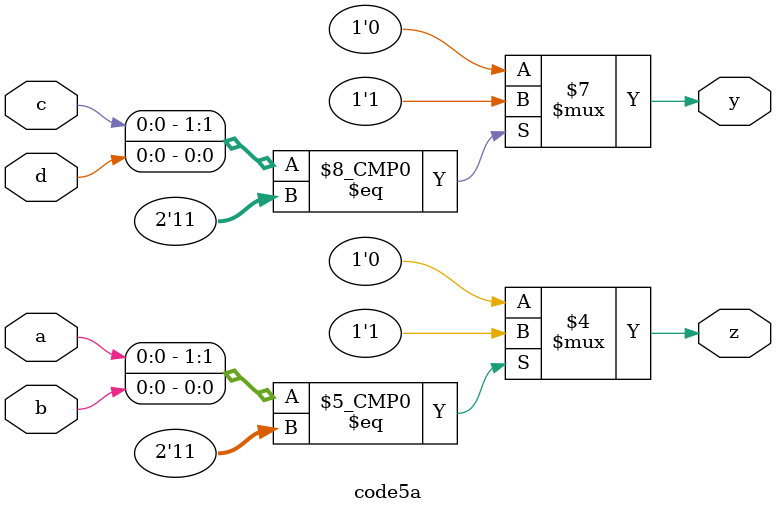
<source format=v>
module code5a (y, z, a, b, c, d);
    output y, z;
    input a, b, c, d;
    reg y, z;
    always @(a or b or c or d) begin
        {y, z} = 2'b0;
        casez ({a, b, c, d}) // synopsys parallel_case
        4'b11??: z = 1;
        4'b??11: y = 1;
        endcase
    end
endmodule

</source>
